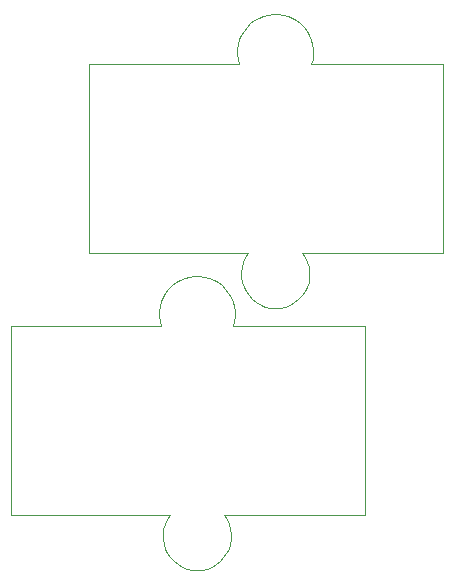
<source format=gko>
%MOIN*%
%OFA0B0*%
%FSLAX44Y44*%
%IPPOS*%
%LPD*%
%ADD10C,0*%
D10*
X00008816Y00008734D02*
X00008816Y00008734D01*
X00008985Y00008747D01*
X00009150Y00008784D01*
X00009308Y00008846D01*
X00009455Y00008930D01*
X00009588Y00009035D01*
X00009704Y00009159D01*
X00009800Y00009299D01*
X00009875Y00009451D01*
X00009926Y00009612D01*
X00009952Y00009780D01*
X00009954Y00009949D01*
X00009930Y00010117D01*
X00009882Y00010280D01*
X00009810Y00010433D01*
X00009716Y00010574D01*
X00014416Y00010574D01*
X00014416Y00016874D01*
X00010016Y00016874D01*
X00010058Y00017034D01*
X00010079Y00017197D01*
X00010078Y00017362D01*
X00010056Y00017526D01*
X00010013Y00017685D01*
X00009949Y00017837D01*
X00009866Y00017979D01*
X00009766Y00018110D01*
X00009649Y00018226D01*
X00009518Y00018327D01*
X00009375Y00018409D01*
X00009223Y00018472D01*
X00009064Y00018515D01*
X00008900Y00018536D01*
X00008735Y00018537D01*
X00008572Y00018515D01*
X00008412Y00018473D01*
X00008260Y00018410D01*
X00008117Y00018328D01*
X00007986Y00018229D01*
X00007869Y00018113D01*
X00007768Y00017982D01*
X00007685Y00017840D01*
X00007621Y00017688D01*
X00007577Y00017529D01*
X00007554Y00017366D01*
X00007553Y00017201D01*
X00007574Y00017037D01*
X00007615Y00016878D01*
X00002616Y00016874D01*
X00002616Y00010574D01*
X00007916Y00010574D01*
X00007822Y00010433D01*
X00007750Y00010280D01*
X00007702Y00010117D01*
X00007678Y00009949D01*
X00007680Y00009780D01*
X00007706Y00009612D01*
X00007757Y00009451D01*
X00007832Y00009299D01*
X00007928Y00009159D01*
X00008044Y00009035D01*
X00008177Y00008930D01*
X00008324Y00008846D01*
X00008482Y00008784D01*
X00008647Y00008747D01*
X00008816Y00008734D01*
X00006199Y00000000D02*
X00006199Y00000000D01*
X00006369Y00000012D01*
X00006534Y00000050D01*
X00006692Y00000111D01*
X00006839Y00000196D01*
X00006972Y00000301D01*
X00007087Y00000424D01*
X00007184Y00000564D01*
X00007258Y00000716D01*
X00007309Y00000878D01*
X00007336Y00001045D01*
X00007337Y00001215D01*
X00007313Y00001383D01*
X00007265Y00001545D01*
X00007193Y00001699D01*
X00007099Y00001840D01*
X00011799Y00001840D01*
X00011799Y00008140D01*
X00007399Y00008140D01*
X00007441Y00008299D01*
X00007462Y00008463D01*
X00007461Y00008628D01*
X00007439Y00008791D01*
X00007396Y00008950D01*
X00007332Y00009102D01*
X00007250Y00009245D01*
X00007149Y00009375D01*
X00007032Y00009492D01*
X00006901Y00009592D01*
X00006759Y00009674D01*
X00006606Y00009737D01*
X00006447Y00009780D01*
X00006284Y00009802D01*
X00006119Y00009802D01*
X00005955Y00009781D01*
X00005796Y00009738D01*
X00005643Y00009676D01*
X00005500Y00009594D01*
X00005369Y00009494D01*
X00005252Y00009378D01*
X00005151Y00009248D01*
X00005068Y00009105D01*
X00005004Y00008953D01*
X00004960Y00008794D01*
X00004938Y00008631D01*
X00004937Y00008466D01*
X00004957Y00008303D01*
X00004998Y00008143D01*
X00000000Y00008140D01*
X00000000Y00001840D01*
X00005299Y00001840D01*
X00005206Y00001699D01*
X00005134Y00001545D01*
X00005085Y00001383D01*
X00005062Y00001215D01*
X00005063Y00001045D01*
X00005090Y00000878D01*
X00005141Y00000716D01*
X00005215Y00000564D01*
X00005312Y00000424D01*
X00005427Y00000301D01*
X00005560Y00000196D01*
X00005707Y00000111D01*
X00005865Y00000050D01*
X00006030Y00000012D01*
X00006199Y00000000D01*
M02*
</source>
